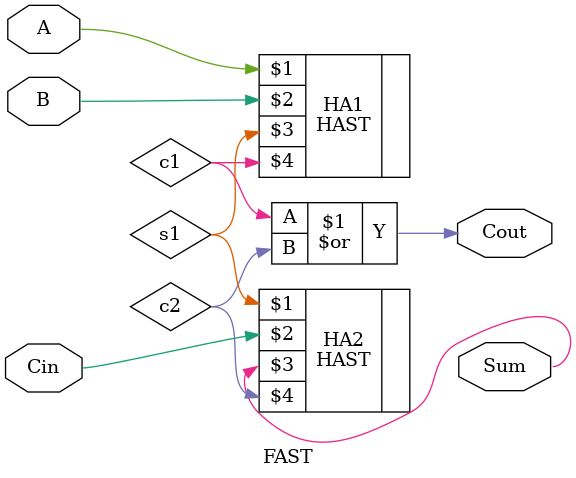
<source format=v>
`timescale 1ns / 1ps


module FAST(A,B,Cin,Sum,Cout);
input A,B,Cin;
output Sum,Cout;
wire s1,c1,c2;
HAST HA1 (A,B,s1,c1);
HAST HA2 (s1,Cin,Sum,c2);
or or1 (Cout,c1,c2);
endmodule

</source>
